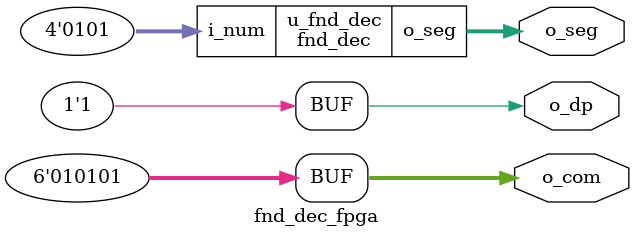
<source format=v>
module fnd_dec( o_seg,
                i_num );

output [6:0]    o_seg  ;
input  [3:0]    i_num  ;

reg    [6:0]    o_seg  ;         
always @(*) begin
       case(i_num)
            4'd0  : o_seg = 7'b1111_110;
            4'd1  : o_seg = 7'b0110_000;
            4'd2  : o_seg = 7'b1101_101;
            4'd3  : o_seg = 7'b1111_001;
            4'd4  : o_seg = 7'b0110_011;
            4'd5  : o_seg = 7'b1011_011;
            4'd6  : o_seg = 7'b1011_111;
            4'd7  : o_seg = 7'b1110_000;
            4'd8  : o_seg = 7'b1111_111;
            4'd9  : o_seg = 7'b1110_011;
            4'd10 : o_seg = 7'b1110_111;
            4'd11 : o_seg = 7'b1111_111;
            4'd12 : o_seg = 7'b1001_110;
            4'd13 : o_seg = 7'b1111_110;
            4'd14 : o_seg = 7'b1001_111;
            4'd15 : o_seg = 7'b1000_111;
            default o_seg = 7'b0000_000;
        endcase
end

endmodule

module fnd_dec_fpga( o_com,
                     o_seg,
		     o_dp         );

output [5:0]         o_com        ;
output [6:0]         o_seg        ;
output               o_dp         ;

assign o_com = 6'b010_101;
assign o_dp  = 1'b1;

fnd_dec      u_fnd_dec( .o_seg ( o_seg ),
                        .i_num ( 5     ));

endmodule

</source>
